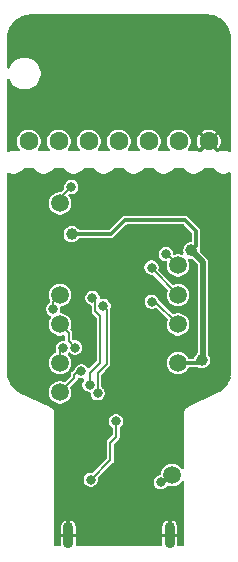
<source format=gbr>
%TF.GenerationSoftware,KiCad,Pcbnew,9.0.0+1*%
%TF.CreationDate,2025-04-22T18:14:47+02:00*%
%TF.ProjectId,ts13_dev_kit,74733133-5f64-4657-965f-6b69742e6b69,rev?*%
%TF.SameCoordinates,Original*%
%TF.FileFunction,Copper,L2,Bot*%
%TF.FilePolarity,Positive*%
%FSLAX46Y46*%
G04 Gerber Fmt 4.6, Leading zero omitted, Abs format (unit mm)*
G04 Created by KiCad (PCBNEW 9.0.0+1) date 2025-04-22 18:14:47*
%MOMM*%
%LPD*%
G01*
G04 APERTURE LIST*
%TA.AperFunction,ComponentPad*%
%ADD10O,0.850000X2.250000*%
%TD*%
%TA.AperFunction,ComponentPad*%
%ADD11C,1.600000*%
%TD*%
%TA.AperFunction,SMDPad,CuDef*%
%ADD12C,1.500000*%
%TD*%
%TA.AperFunction,ViaPad*%
%ADD13C,0.800000*%
%TD*%
%TA.AperFunction,ViaPad*%
%ADD14C,1.000000*%
%TD*%
%TA.AperFunction,Conductor*%
%ADD15C,0.500000*%
%TD*%
%TA.AperFunction,Conductor*%
%ADD16C,0.300000*%
%TD*%
%TA.AperFunction,Conductor*%
%ADD17C,0.200000*%
%TD*%
G04 APERTURE END LIST*
D10*
%TO.P,J1,S1,SHIELD*%
%TO.N,GND*%
X125700000Y-94600000D03*
X134300000Y-94600000D03*
%TD*%
D11*
%TO.P,PAD3,1,1*%
%TO.N,Net-(IC1-GPO)*%
X124900000Y-61250000D03*
%TD*%
%TO.P,PAD4,1,1*%
%TO.N,Net-(IC1-CSN)*%
X135060000Y-61250000D03*
%TD*%
%TO.P,PAD6,1,1*%
%TO.N,Net-(IC1-SDO)*%
X129980000Y-61250000D03*
%TD*%
%TO.P,PAD2,1,1*%
%TO.N,GND*%
X137600000Y-61250000D03*
%TD*%
%TO.P,PAD1,1,1*%
%TO.N,T_VCC*%
X122360000Y-61250000D03*
%TD*%
%TO.P,PAD7,1,1*%
%TO.N,Net-(IC1-SDI)*%
X127440000Y-61250000D03*
%TD*%
%TO.P,PAD5,1,1*%
%TO.N,Net-(IC1-SCK)*%
X132520000Y-61250000D03*
%TD*%
D12*
%TO.P,TP7,1,1*%
%TO.N,/SWDIO*%
X125000000Y-74250000D03*
%TD*%
%TO.P,TP2,1,1*%
%TO.N,/NRST*%
X135000000Y-76750000D03*
%TD*%
%TO.P,TP5,1,1*%
%TO.N,/U2_RX*%
X135000000Y-71750000D03*
%TD*%
%TO.P,TP6,1,1*%
%TO.N,GND*%
X135000000Y-69250000D03*
%TD*%
%TO.P,TP10,1,1*%
%TO.N,Net-(IC2-PB2)*%
X125000000Y-66500000D03*
%TD*%
%TO.P,TP12,1,1*%
%TO.N,Net-(IC2-PB3)*%
X125000000Y-80000000D03*
%TD*%
%TO.P,TP8,1,1*%
%TO.N,/SWCLK*%
X125000000Y-76750000D03*
%TD*%
%TO.P,TP11,1,1*%
%TO.N,Net-(IC2-PB4)*%
X125000000Y-82500000D03*
%TD*%
%TO.P,TP9,1,1*%
%TO.N,GND*%
X125000000Y-71750000D03*
%TD*%
%TO.P,TP3,1,1*%
%TO.N,Net-(F1-Pad2)*%
X134500000Y-89500000D03*
%TD*%
%TO.P,TP4,1,1*%
%TO.N,/U2_TX*%
X135000000Y-74250000D03*
%TD*%
%TO.P,TP1,1,1*%
%TO.N,VCC*%
X135000000Y-80000000D03*
%TD*%
D13*
%TO.N,GND*%
X129000000Y-66250000D03*
X126411000Y-66200000D03*
X128000000Y-85000000D03*
X129000000Y-89750000D03*
X121000000Y-65000000D03*
X122750000Y-51000000D03*
X136250000Y-78500000D03*
X138000000Y-55750000D03*
X127250000Y-73500000D03*
X132100000Y-57200000D03*
X132750000Y-76000000D03*
X136800000Y-52600000D03*
X131750000Y-82000000D03*
X139090000Y-81260000D03*
X131000000Y-52750000D03*
X123000000Y-77750000D03*
X126300000Y-57550000D03*
X121000000Y-57500000D03*
X131000000Y-53920000D03*
X123500000Y-71000000D03*
X138900000Y-52300000D03*
X120920000Y-81170000D03*
X132750000Y-73750000D03*
X136600000Y-57800000D03*
X131500000Y-72000000D03*
X120920000Y-70750000D03*
X130000000Y-92000000D03*
X121000000Y-52750000D03*
X128000000Y-72000000D03*
X124910000Y-85150000D03*
X139000000Y-65000000D03*
X135030000Y-92570000D03*
X127500000Y-76500000D03*
X130000000Y-51000000D03*
X132740000Y-58480000D03*
X138750000Y-72500000D03*
X135600000Y-51600000D03*
X120920000Y-78500000D03*
X124940000Y-92850000D03*
X132500000Y-89500000D03*
X139000000Y-57500000D03*
X134990000Y-87240000D03*
X131750000Y-77250000D03*
X139000000Y-68140000D03*
D14*
%TO.N,VCC*%
X137020000Y-79770000D03*
D13*
X127600000Y-89900000D03*
D14*
X126000000Y-69100000D03*
D13*
X129750000Y-84950000D03*
D14*
X136130000Y-70480000D03*
D13*
%TO.N,/NRST*%
X132770000Y-74820000D03*
%TO.N,/USB_P*%
X128200000Y-82580000D03*
X128680000Y-75188280D03*
%TO.N,/USB_N*%
X127750000Y-74500000D03*
X127500000Y-81858611D03*
%TO.N,/SWCLK*%
X126300000Y-78700000D03*
%TO.N,/U2_TX*%
X132750000Y-71930000D03*
%TO.N,/SWDIO*%
X124420000Y-75450000D03*
%TO.N,/U2_RX*%
X133970000Y-70780000D03*
%TO.N,Net-(F1-Pad2)*%
X133520000Y-90110000D03*
%TO.N,Net-(IC2-PB3)*%
X125229975Y-78759975D03*
%TO.N,Net-(IC2-PB2)*%
X125960000Y-65100000D03*
%TO.N,Net-(IC2-PB4)*%
X126810000Y-80710000D03*
%TD*%
D15*
%TO.N,VCC*%
X137020000Y-79770000D02*
X137101000Y-79439000D01*
D16*
X136790000Y-80000000D02*
X137020000Y-79770000D01*
D17*
X129250000Y-88250000D02*
X127600000Y-89900000D01*
D16*
X130500000Y-67900000D02*
X135600000Y-67900000D01*
D15*
X137101000Y-71451000D02*
X136130000Y-70480000D01*
X137101000Y-79439000D02*
X137101000Y-71451000D01*
D16*
X135000000Y-80000000D02*
X136790000Y-80000000D01*
X135600000Y-67900000D02*
X136500000Y-68800000D01*
D17*
X129750000Y-86250000D02*
X129250000Y-86750000D01*
D16*
X129300000Y-69100000D02*
X130500000Y-67900000D01*
X136500000Y-68800000D02*
X136500000Y-70110000D01*
D17*
X129250000Y-86750000D02*
X129250000Y-88250000D01*
D16*
X126000000Y-69100000D02*
X129300000Y-69100000D01*
D17*
X129750000Y-84950000D02*
X129750000Y-86250000D01*
D16*
X136500000Y-70110000D02*
X136130000Y-70480000D01*
D17*
%TO.N,/NRST*%
X133070000Y-74820000D02*
X135000000Y-76750000D01*
X132770000Y-74820000D02*
X133070000Y-74820000D01*
%TO.N,/USB_P*%
X128950000Y-75458280D02*
X128950000Y-80110000D01*
X128200000Y-80860000D02*
X128200000Y-82580000D01*
X128950000Y-80110000D02*
X128200000Y-80860000D01*
X128680000Y-75188280D02*
X128950000Y-75458280D01*
%TO.N,/USB_N*%
X127750000Y-74500000D02*
X127980000Y-74730000D01*
X127980000Y-74730000D02*
X127980000Y-75580000D01*
X127510000Y-81848611D02*
X127500000Y-81858611D01*
X127980000Y-75580000D02*
X128420000Y-76020000D01*
X128420000Y-79970000D02*
X127510000Y-80880000D01*
X127510000Y-80880000D02*
X127510000Y-81848611D01*
X128420000Y-76020000D02*
X128420000Y-79970000D01*
%TO.N,/SWCLK*%
X125750000Y-78150000D02*
X125750000Y-77500000D01*
X126300000Y-78700000D02*
X125750000Y-78150000D01*
X125750000Y-77500000D02*
X125000000Y-76750000D01*
%TO.N,/U2_TX*%
X132750000Y-71930000D02*
X132750000Y-72000000D01*
X132750000Y-72000000D02*
X135000000Y-74250000D01*
%TO.N,/SWDIO*%
X124420000Y-74830000D02*
X125000000Y-74250000D01*
X124420000Y-75450000D02*
X124420000Y-74830000D01*
%TO.N,/U2_RX*%
X134030000Y-70780000D02*
X135000000Y-71750000D01*
X133970000Y-70780000D02*
X134030000Y-70780000D01*
%TO.N,Net-(F1-Pad2)*%
X133890000Y-90110000D02*
X134500000Y-89500000D01*
X133520000Y-90110000D02*
X133890000Y-90110000D01*
%TO.N,Net-(IC2-PB3)*%
X125229975Y-78759975D02*
X125000000Y-78989950D01*
X125000000Y-78989950D02*
X125000000Y-80000000D01*
%TO.N,Net-(IC2-PB2)*%
X125000000Y-66060000D02*
X125000000Y-66500000D01*
X125960000Y-65100000D02*
X125000000Y-66060000D01*
%TO.N,Net-(IC2-PB4)*%
X126490000Y-80710000D02*
X126210000Y-80990000D01*
X126210000Y-81290000D02*
X125000000Y-82500000D01*
X126210000Y-80990000D02*
X126210000Y-81290000D01*
X126810000Y-80710000D02*
X126490000Y-80710000D01*
%TD*%
%TA.AperFunction,Conductor*%
%TO.N,GND*%
G36*
X137504043Y-50500765D02*
G01*
X137752895Y-50517075D01*
X137768953Y-50519190D01*
X137976105Y-50560395D01*
X138009535Y-50567045D01*
X138025202Y-50571243D01*
X138194947Y-50628863D01*
X138257481Y-50650091D01*
X138272458Y-50656294D01*
X138481799Y-50759529D01*
X138492460Y-50764787D01*
X138506508Y-50772897D01*
X138710464Y-50909177D01*
X138723328Y-50919048D01*
X138907749Y-51080781D01*
X138919218Y-51092250D01*
X139080951Y-51276671D01*
X139090825Y-51289539D01*
X139227102Y-51493492D01*
X139235212Y-51507539D01*
X139343702Y-51727534D01*
X139349909Y-51742520D01*
X139428756Y-51974797D01*
X139432954Y-51990464D01*
X139480807Y-52231035D01*
X139482925Y-52247116D01*
X139499235Y-52495956D01*
X139499500Y-52504066D01*
X139499500Y-62019294D01*
X139479815Y-62086333D01*
X139427011Y-62132088D01*
X139357853Y-62142032D01*
X139328048Y-62133855D01*
X139154547Y-62061989D01*
X139154535Y-62061986D01*
X138966081Y-62024500D01*
X138966078Y-62024500D01*
X138773922Y-62024500D01*
X138773919Y-62024500D01*
X138585464Y-62061986D01*
X138585452Y-62061989D01*
X138407931Y-62135520D01*
X138388310Y-62148631D01*
X138321632Y-62169508D01*
X138254252Y-62151023D01*
X138207563Y-62099044D01*
X138201302Y-62063434D01*
X137831539Y-61693670D01*
X137907007Y-61650099D01*
X138000099Y-61557007D01*
X138043670Y-61481538D01*
X138405928Y-61843796D01*
X138486190Y-61723675D01*
X138486191Y-61723673D01*
X138561569Y-61541693D01*
X138561572Y-61541681D01*
X138599999Y-61348495D01*
X138600000Y-61348492D01*
X138600000Y-61151508D01*
X138599999Y-61151504D01*
X138561572Y-60958318D01*
X138561569Y-60958306D01*
X138486192Y-60776328D01*
X138486185Y-60776316D01*
X138405927Y-60656203D01*
X138043670Y-61018460D01*
X138000099Y-60942993D01*
X137907007Y-60849901D01*
X137831538Y-60806329D01*
X138193795Y-60444071D01*
X138193795Y-60444069D01*
X138073679Y-60363811D01*
X138073676Y-60363809D01*
X137891693Y-60288430D01*
X137891681Y-60288427D01*
X137698495Y-60250000D01*
X137501504Y-60250000D01*
X137308318Y-60288427D01*
X137308310Y-60288429D01*
X137126325Y-60363809D01*
X137126318Y-60363813D01*
X137006203Y-60444071D01*
X137006202Y-60444071D01*
X137368461Y-60806329D01*
X137292993Y-60849901D01*
X137199901Y-60942993D01*
X137156329Y-61018460D01*
X136794071Y-60656202D01*
X136794071Y-60656203D01*
X136713813Y-60776318D01*
X136713809Y-60776325D01*
X136638429Y-60958310D01*
X136638427Y-60958318D01*
X136600000Y-61151504D01*
X136600000Y-61348495D01*
X136638427Y-61541681D01*
X136638430Y-61541693D01*
X136713809Y-61723676D01*
X136713811Y-61723679D01*
X136794069Y-61843795D01*
X136794071Y-61843795D01*
X137156329Y-61481538D01*
X137199901Y-61557007D01*
X137292993Y-61650099D01*
X137368460Y-61693670D01*
X136998183Y-62063947D01*
X136990963Y-62102019D01*
X136942898Y-62152729D01*
X136875047Y-62169404D01*
X136811690Y-62148630D01*
X136792073Y-62135523D01*
X136792068Y-62135520D01*
X136614547Y-62061989D01*
X136614535Y-62061986D01*
X136426081Y-62024500D01*
X136426078Y-62024500D01*
X136233922Y-62024500D01*
X136233919Y-62024500D01*
X136045464Y-62061986D01*
X136045461Y-62061987D01*
X136045460Y-62061987D01*
X136045457Y-62061988D01*
X136005311Y-62078617D01*
X135968385Y-62093912D01*
X135898915Y-62101380D01*
X135836436Y-62070104D01*
X135800784Y-62010015D01*
X135803279Y-61940190D01*
X135833255Y-61891665D01*
X135837139Y-61887782D01*
X135946632Y-61723914D01*
X136022051Y-61541835D01*
X136060500Y-61348541D01*
X136060500Y-61151459D01*
X136060500Y-61151456D01*
X136022052Y-60958170D01*
X136022051Y-60958169D01*
X136022051Y-60958165D01*
X135977207Y-60849901D01*
X135946635Y-60776092D01*
X135946628Y-60776079D01*
X135837139Y-60612218D01*
X135837136Y-60612214D01*
X135697785Y-60472863D01*
X135697781Y-60472860D01*
X135533920Y-60363371D01*
X135533907Y-60363364D01*
X135351839Y-60287950D01*
X135351829Y-60287947D01*
X135158543Y-60249500D01*
X135158541Y-60249500D01*
X134961459Y-60249500D01*
X134961457Y-60249500D01*
X134768170Y-60287947D01*
X134768160Y-60287950D01*
X134586092Y-60363364D01*
X134586079Y-60363371D01*
X134422218Y-60472860D01*
X134422214Y-60472863D01*
X134282863Y-60612214D01*
X134282860Y-60612218D01*
X134173371Y-60776079D01*
X134173364Y-60776092D01*
X134097950Y-60958160D01*
X134097947Y-60958170D01*
X134059500Y-61151456D01*
X134059500Y-61151459D01*
X134059500Y-61348541D01*
X134059500Y-61348543D01*
X134059499Y-61348543D01*
X134097947Y-61541829D01*
X134097950Y-61541839D01*
X134173364Y-61723907D01*
X134173371Y-61723920D01*
X134282860Y-61887781D01*
X134282863Y-61887785D01*
X134286747Y-61891669D01*
X134320232Y-61952992D01*
X134315248Y-62022684D01*
X134273376Y-62078617D01*
X134207912Y-62103034D01*
X134151614Y-62093911D01*
X134074547Y-62061989D01*
X134074535Y-62061986D01*
X133886081Y-62024500D01*
X133886078Y-62024500D01*
X133693922Y-62024500D01*
X133693919Y-62024500D01*
X133505464Y-62061986D01*
X133505461Y-62061987D01*
X133505460Y-62061987D01*
X133505457Y-62061988D01*
X133465311Y-62078617D01*
X133428385Y-62093912D01*
X133358915Y-62101380D01*
X133296436Y-62070104D01*
X133260784Y-62010015D01*
X133263279Y-61940190D01*
X133293255Y-61891665D01*
X133297139Y-61887782D01*
X133406632Y-61723914D01*
X133482051Y-61541835D01*
X133520500Y-61348541D01*
X133520500Y-61151459D01*
X133520500Y-61151456D01*
X133482052Y-60958170D01*
X133482051Y-60958169D01*
X133482051Y-60958165D01*
X133437207Y-60849901D01*
X133406635Y-60776092D01*
X133406628Y-60776079D01*
X133297139Y-60612218D01*
X133297136Y-60612214D01*
X133157785Y-60472863D01*
X133157781Y-60472860D01*
X132993920Y-60363371D01*
X132993907Y-60363364D01*
X132811839Y-60287950D01*
X132811829Y-60287947D01*
X132618543Y-60249500D01*
X132618541Y-60249500D01*
X132421459Y-60249500D01*
X132421457Y-60249500D01*
X132228170Y-60287947D01*
X132228160Y-60287950D01*
X132046092Y-60363364D01*
X132046079Y-60363371D01*
X131882218Y-60472860D01*
X131882214Y-60472863D01*
X131742863Y-60612214D01*
X131742860Y-60612218D01*
X131633371Y-60776079D01*
X131633364Y-60776092D01*
X131557950Y-60958160D01*
X131557947Y-60958170D01*
X131519500Y-61151456D01*
X131519500Y-61151459D01*
X131519500Y-61348541D01*
X131519500Y-61348543D01*
X131519499Y-61348543D01*
X131557947Y-61541829D01*
X131557950Y-61541839D01*
X131633364Y-61723907D01*
X131633371Y-61723920D01*
X131742860Y-61887781D01*
X131742863Y-61887785D01*
X131746747Y-61891669D01*
X131780232Y-61952992D01*
X131775248Y-62022684D01*
X131733376Y-62078617D01*
X131667912Y-62103034D01*
X131611614Y-62093911D01*
X131534547Y-62061989D01*
X131534535Y-62061986D01*
X131346081Y-62024500D01*
X131346078Y-62024500D01*
X131153922Y-62024500D01*
X131153919Y-62024500D01*
X130965464Y-62061986D01*
X130965461Y-62061987D01*
X130965460Y-62061987D01*
X130965457Y-62061988D01*
X130925311Y-62078617D01*
X130888385Y-62093912D01*
X130818915Y-62101380D01*
X130756436Y-62070104D01*
X130720784Y-62010015D01*
X130723279Y-61940190D01*
X130753255Y-61891665D01*
X130757139Y-61887782D01*
X130866632Y-61723914D01*
X130942051Y-61541835D01*
X130980500Y-61348541D01*
X130980500Y-61151459D01*
X130980500Y-61151456D01*
X130942052Y-60958170D01*
X130942051Y-60958169D01*
X130942051Y-60958165D01*
X130897207Y-60849901D01*
X130866635Y-60776092D01*
X130866628Y-60776079D01*
X130757139Y-60612218D01*
X130757136Y-60612214D01*
X130617785Y-60472863D01*
X130617781Y-60472860D01*
X130453920Y-60363371D01*
X130453907Y-60363364D01*
X130271839Y-60287950D01*
X130271829Y-60287947D01*
X130078543Y-60249500D01*
X130078541Y-60249500D01*
X129881459Y-60249500D01*
X129881457Y-60249500D01*
X129688170Y-60287947D01*
X129688160Y-60287950D01*
X129506092Y-60363364D01*
X129506079Y-60363371D01*
X129342218Y-60472860D01*
X129342214Y-60472863D01*
X129202863Y-60612214D01*
X129202860Y-60612218D01*
X129093371Y-60776079D01*
X129093364Y-60776092D01*
X129017950Y-60958160D01*
X129017947Y-60958170D01*
X128979500Y-61151456D01*
X128979500Y-61151459D01*
X128979500Y-61348541D01*
X128979500Y-61348543D01*
X128979499Y-61348543D01*
X129017947Y-61541829D01*
X129017950Y-61541839D01*
X129093364Y-61723907D01*
X129093371Y-61723920D01*
X129202860Y-61887781D01*
X129202863Y-61887785D01*
X129206747Y-61891669D01*
X129240232Y-61952992D01*
X129235248Y-62022684D01*
X129193376Y-62078617D01*
X129127912Y-62103034D01*
X129071614Y-62093911D01*
X128994547Y-62061989D01*
X128994535Y-62061986D01*
X128806081Y-62024500D01*
X128806078Y-62024500D01*
X128613922Y-62024500D01*
X128613919Y-62024500D01*
X128425464Y-62061986D01*
X128425461Y-62061987D01*
X128425460Y-62061987D01*
X128425457Y-62061988D01*
X128385311Y-62078617D01*
X128348385Y-62093912D01*
X128278915Y-62101380D01*
X128216436Y-62070104D01*
X128180784Y-62010015D01*
X128183279Y-61940190D01*
X128213255Y-61891665D01*
X128217139Y-61887782D01*
X128326632Y-61723914D01*
X128402051Y-61541835D01*
X128440500Y-61348541D01*
X128440500Y-61151459D01*
X128440500Y-61151456D01*
X128402052Y-60958170D01*
X128402051Y-60958169D01*
X128402051Y-60958165D01*
X128357207Y-60849901D01*
X128326635Y-60776092D01*
X128326628Y-60776079D01*
X128217139Y-60612218D01*
X128217136Y-60612214D01*
X128077785Y-60472863D01*
X128077781Y-60472860D01*
X127913920Y-60363371D01*
X127913907Y-60363364D01*
X127731839Y-60287950D01*
X127731829Y-60287947D01*
X127538543Y-60249500D01*
X127538541Y-60249500D01*
X127341459Y-60249500D01*
X127341457Y-60249500D01*
X127148170Y-60287947D01*
X127148160Y-60287950D01*
X126966092Y-60363364D01*
X126966079Y-60363371D01*
X126802218Y-60472860D01*
X126802214Y-60472863D01*
X126662863Y-60612214D01*
X126662860Y-60612218D01*
X126553371Y-60776079D01*
X126553364Y-60776092D01*
X126477950Y-60958160D01*
X126477947Y-60958170D01*
X126439500Y-61151456D01*
X126439500Y-61151459D01*
X126439500Y-61348541D01*
X126439500Y-61348543D01*
X126439499Y-61348543D01*
X126477947Y-61541829D01*
X126477950Y-61541839D01*
X126553364Y-61723907D01*
X126553371Y-61723920D01*
X126662860Y-61887781D01*
X126662863Y-61887785D01*
X126666747Y-61891669D01*
X126700232Y-61952992D01*
X126695248Y-62022684D01*
X126653376Y-62078617D01*
X126587912Y-62103034D01*
X126531614Y-62093911D01*
X126454547Y-62061989D01*
X126454535Y-62061986D01*
X126266081Y-62024500D01*
X126266078Y-62024500D01*
X126073922Y-62024500D01*
X126073919Y-62024500D01*
X125885464Y-62061986D01*
X125885461Y-62061987D01*
X125885460Y-62061987D01*
X125885457Y-62061988D01*
X125845311Y-62078617D01*
X125808385Y-62093912D01*
X125738915Y-62101380D01*
X125676436Y-62070104D01*
X125640784Y-62010015D01*
X125643279Y-61940190D01*
X125673255Y-61891665D01*
X125677139Y-61887782D01*
X125786632Y-61723914D01*
X125862051Y-61541835D01*
X125900500Y-61348541D01*
X125900500Y-61151459D01*
X125900500Y-61151456D01*
X125862052Y-60958170D01*
X125862051Y-60958169D01*
X125862051Y-60958165D01*
X125817207Y-60849901D01*
X125786635Y-60776092D01*
X125786628Y-60776079D01*
X125677139Y-60612218D01*
X125677136Y-60612214D01*
X125537785Y-60472863D01*
X125537781Y-60472860D01*
X125373920Y-60363371D01*
X125373907Y-60363364D01*
X125191839Y-60287950D01*
X125191829Y-60287947D01*
X124998543Y-60249500D01*
X124998541Y-60249500D01*
X124801459Y-60249500D01*
X124801457Y-60249500D01*
X124608170Y-60287947D01*
X124608160Y-60287950D01*
X124426092Y-60363364D01*
X124426079Y-60363371D01*
X124262218Y-60472860D01*
X124262214Y-60472863D01*
X124122863Y-60612214D01*
X124122860Y-60612218D01*
X124013371Y-60776079D01*
X124013364Y-60776092D01*
X123937950Y-60958160D01*
X123937947Y-60958170D01*
X123899500Y-61151456D01*
X123899500Y-61151459D01*
X123899500Y-61348541D01*
X123899500Y-61348543D01*
X123899499Y-61348543D01*
X123937947Y-61541829D01*
X123937950Y-61541839D01*
X124013364Y-61723907D01*
X124013371Y-61723920D01*
X124122860Y-61887781D01*
X124122863Y-61887785D01*
X124126747Y-61891669D01*
X124160232Y-61952992D01*
X124155248Y-62022684D01*
X124113376Y-62078617D01*
X124047912Y-62103034D01*
X123991614Y-62093911D01*
X123914547Y-62061989D01*
X123914535Y-62061986D01*
X123726081Y-62024500D01*
X123726078Y-62024500D01*
X123533922Y-62024500D01*
X123533919Y-62024500D01*
X123345464Y-62061986D01*
X123345461Y-62061987D01*
X123345460Y-62061987D01*
X123345457Y-62061988D01*
X123305311Y-62078617D01*
X123268385Y-62093912D01*
X123198915Y-62101380D01*
X123136436Y-62070104D01*
X123100784Y-62010015D01*
X123103279Y-61940190D01*
X123133255Y-61891665D01*
X123137139Y-61887782D01*
X123246632Y-61723914D01*
X123322051Y-61541835D01*
X123360500Y-61348541D01*
X123360500Y-61151459D01*
X123360500Y-61151456D01*
X123322052Y-60958170D01*
X123322051Y-60958169D01*
X123322051Y-60958165D01*
X123277207Y-60849901D01*
X123246635Y-60776092D01*
X123246628Y-60776079D01*
X123137139Y-60612218D01*
X123137136Y-60612214D01*
X122997785Y-60472863D01*
X122997781Y-60472860D01*
X122833920Y-60363371D01*
X122833907Y-60363364D01*
X122651839Y-60287950D01*
X122651829Y-60287947D01*
X122458543Y-60249500D01*
X122458541Y-60249500D01*
X122261459Y-60249500D01*
X122261457Y-60249500D01*
X122068170Y-60287947D01*
X122068160Y-60287950D01*
X121886092Y-60363364D01*
X121886079Y-60363371D01*
X121722218Y-60472860D01*
X121722214Y-60472863D01*
X121582863Y-60612214D01*
X121582860Y-60612218D01*
X121473371Y-60776079D01*
X121473364Y-60776092D01*
X121397950Y-60958160D01*
X121397947Y-60958170D01*
X121359500Y-61151456D01*
X121359500Y-61151459D01*
X121359500Y-61348541D01*
X121359500Y-61348543D01*
X121359499Y-61348543D01*
X121397947Y-61541829D01*
X121397950Y-61541839D01*
X121473364Y-61723907D01*
X121473371Y-61723920D01*
X121582860Y-61887781D01*
X121582863Y-61887785D01*
X121586747Y-61891669D01*
X121620232Y-61952992D01*
X121615248Y-62022684D01*
X121573376Y-62078617D01*
X121507912Y-62103034D01*
X121451614Y-62093911D01*
X121374547Y-62061989D01*
X121374535Y-62061986D01*
X121186081Y-62024500D01*
X121186078Y-62024500D01*
X120993922Y-62024500D01*
X120993919Y-62024500D01*
X120805464Y-62061986D01*
X120805452Y-62061989D01*
X120671952Y-62117286D01*
X120602482Y-62124755D01*
X120540003Y-62093479D01*
X120504352Y-62033390D01*
X120500500Y-62002725D01*
X120500500Y-56038226D01*
X120520185Y-55971187D01*
X120572989Y-55925432D01*
X120642147Y-55915488D01*
X120705703Y-55944513D01*
X120742431Y-55999908D01*
X120748444Y-56018414D01*
X120844951Y-56207820D01*
X120969890Y-56379786D01*
X121120213Y-56530109D01*
X121292179Y-56655048D01*
X121292181Y-56655049D01*
X121292184Y-56655051D01*
X121481588Y-56751557D01*
X121683757Y-56817246D01*
X121893713Y-56850500D01*
X121893714Y-56850500D01*
X122106286Y-56850500D01*
X122106287Y-56850500D01*
X122316243Y-56817246D01*
X122518412Y-56751557D01*
X122707816Y-56655051D01*
X122729789Y-56639086D01*
X122879786Y-56530109D01*
X122879788Y-56530106D01*
X122879792Y-56530104D01*
X123030104Y-56379792D01*
X123030106Y-56379788D01*
X123030109Y-56379786D01*
X123155048Y-56207820D01*
X123155047Y-56207820D01*
X123155051Y-56207816D01*
X123251557Y-56018412D01*
X123317246Y-55816243D01*
X123350500Y-55606287D01*
X123350500Y-55393713D01*
X123317246Y-55183757D01*
X123251557Y-54981588D01*
X123155051Y-54792184D01*
X123155049Y-54792181D01*
X123155048Y-54792179D01*
X123030109Y-54620213D01*
X122879786Y-54469890D01*
X122707820Y-54344951D01*
X122518414Y-54248444D01*
X122518413Y-54248443D01*
X122518412Y-54248443D01*
X122316243Y-54182754D01*
X122316241Y-54182753D01*
X122316240Y-54182753D01*
X122154957Y-54157208D01*
X122106287Y-54149500D01*
X121893713Y-54149500D01*
X121845042Y-54157208D01*
X121683760Y-54182753D01*
X121481585Y-54248444D01*
X121292179Y-54344951D01*
X121120213Y-54469890D01*
X120969890Y-54620213D01*
X120844951Y-54792179D01*
X120748445Y-54981582D01*
X120748443Y-54981587D01*
X120748443Y-54981588D01*
X120742429Y-55000094D01*
X120702992Y-55057768D01*
X120638633Y-55084965D01*
X120569787Y-55073050D01*
X120518312Y-55025805D01*
X120500500Y-54961773D01*
X120500500Y-52504066D01*
X120500765Y-52495956D01*
X120504819Y-52434108D01*
X120517075Y-52247102D01*
X120519190Y-52231048D01*
X120567045Y-51990462D01*
X120571243Y-51974797D01*
X120594337Y-51906762D01*
X120650093Y-51742512D01*
X120656291Y-51727547D01*
X120764790Y-51507533D01*
X120772893Y-51493498D01*
X120909182Y-51289527D01*
X120919039Y-51276681D01*
X121080786Y-51092244D01*
X121092244Y-51080786D01*
X121276681Y-50919039D01*
X121289527Y-50909182D01*
X121493498Y-50772893D01*
X121507533Y-50764790D01*
X121727547Y-50656291D01*
X121742512Y-50650093D01*
X121906762Y-50594337D01*
X121974797Y-50571243D01*
X121990464Y-50567045D01*
X122231048Y-50519190D01*
X122247102Y-50517075D01*
X122495957Y-50500765D01*
X122504067Y-50500500D01*
X122565892Y-50500500D01*
X137434108Y-50500500D01*
X137495933Y-50500500D01*
X137504043Y-50500765D01*
G37*
%TD.AperFunction*%
%TD*%
%TA.AperFunction,Conductor*%
%TO.N,GND*%
G36*
X122791625Y-63519685D02*
G01*
X122827688Y-63555109D01*
X122872279Y-63621844D01*
X122872282Y-63621848D01*
X123008151Y-63757717D01*
X123008155Y-63757720D01*
X123167927Y-63864477D01*
X123167928Y-63864477D01*
X123167929Y-63864478D01*
X123167931Y-63864479D01*
X123345452Y-63938010D01*
X123345457Y-63938012D01*
X123533917Y-63975499D01*
X123533920Y-63975500D01*
X123533922Y-63975500D01*
X123726080Y-63975500D01*
X123726081Y-63975499D01*
X123914543Y-63938012D01*
X124092073Y-63864477D01*
X124251845Y-63757720D01*
X124387720Y-63621845D01*
X124432312Y-63555109D01*
X124485924Y-63510304D01*
X124535414Y-63500000D01*
X125264586Y-63500000D01*
X125331625Y-63519685D01*
X125367688Y-63555109D01*
X125412279Y-63621844D01*
X125412282Y-63621848D01*
X125548151Y-63757717D01*
X125548155Y-63757720D01*
X125707927Y-63864477D01*
X125707928Y-63864477D01*
X125707929Y-63864478D01*
X125707931Y-63864479D01*
X125885452Y-63938010D01*
X125885457Y-63938012D01*
X126073917Y-63975499D01*
X126073920Y-63975500D01*
X126073922Y-63975500D01*
X126266080Y-63975500D01*
X126266081Y-63975499D01*
X126454543Y-63938012D01*
X126632073Y-63864477D01*
X126791845Y-63757720D01*
X126927720Y-63621845D01*
X126972312Y-63555109D01*
X127025924Y-63510304D01*
X127075414Y-63500000D01*
X127804586Y-63500000D01*
X127871625Y-63519685D01*
X127907688Y-63555109D01*
X127952279Y-63621844D01*
X127952282Y-63621848D01*
X128088151Y-63757717D01*
X128088155Y-63757720D01*
X128247927Y-63864477D01*
X128247928Y-63864477D01*
X128247929Y-63864478D01*
X128247931Y-63864479D01*
X128425452Y-63938010D01*
X128425457Y-63938012D01*
X128613917Y-63975499D01*
X128613920Y-63975500D01*
X128613922Y-63975500D01*
X128806080Y-63975500D01*
X128806081Y-63975499D01*
X128994543Y-63938012D01*
X129172073Y-63864477D01*
X129331845Y-63757720D01*
X129467720Y-63621845D01*
X129512312Y-63555109D01*
X129565924Y-63510304D01*
X129615414Y-63500000D01*
X130344586Y-63500000D01*
X130411625Y-63519685D01*
X130447688Y-63555109D01*
X130492279Y-63621844D01*
X130492282Y-63621848D01*
X130628151Y-63757717D01*
X130628155Y-63757720D01*
X130787927Y-63864477D01*
X130787928Y-63864477D01*
X130787929Y-63864478D01*
X130787931Y-63864479D01*
X130965452Y-63938010D01*
X130965457Y-63938012D01*
X131153917Y-63975499D01*
X131153920Y-63975500D01*
X131153922Y-63975500D01*
X131346080Y-63975500D01*
X131346081Y-63975499D01*
X131534543Y-63938012D01*
X131712073Y-63864477D01*
X131871845Y-63757720D01*
X132007720Y-63621845D01*
X132052312Y-63555109D01*
X132105924Y-63510304D01*
X132155414Y-63500000D01*
X132884586Y-63500000D01*
X132951625Y-63519685D01*
X132987688Y-63555109D01*
X133032279Y-63621844D01*
X133032282Y-63621848D01*
X133168151Y-63757717D01*
X133168155Y-63757720D01*
X133327927Y-63864477D01*
X133327928Y-63864477D01*
X133327929Y-63864478D01*
X133327931Y-63864479D01*
X133505452Y-63938010D01*
X133505457Y-63938012D01*
X133693917Y-63975499D01*
X133693920Y-63975500D01*
X133693922Y-63975500D01*
X133886080Y-63975500D01*
X133886081Y-63975499D01*
X134074543Y-63938012D01*
X134252073Y-63864477D01*
X134411845Y-63757720D01*
X134547720Y-63621845D01*
X134592312Y-63555109D01*
X134645924Y-63510304D01*
X134695414Y-63500000D01*
X135424586Y-63500000D01*
X135491625Y-63519685D01*
X135527688Y-63555109D01*
X135572279Y-63621844D01*
X135572282Y-63621848D01*
X135708151Y-63757717D01*
X135708155Y-63757720D01*
X135867927Y-63864477D01*
X135867928Y-63864477D01*
X135867929Y-63864478D01*
X135867931Y-63864479D01*
X136045452Y-63938010D01*
X136045457Y-63938012D01*
X136233917Y-63975499D01*
X136233920Y-63975500D01*
X136233922Y-63975500D01*
X136426080Y-63975500D01*
X136426081Y-63975499D01*
X136614543Y-63938012D01*
X136792073Y-63864477D01*
X136951845Y-63757720D01*
X137087720Y-63621845D01*
X137132312Y-63555109D01*
X137185924Y-63510304D01*
X137235414Y-63500000D01*
X137964586Y-63500000D01*
X138031625Y-63519685D01*
X138067688Y-63555109D01*
X138112279Y-63621844D01*
X138112282Y-63621848D01*
X138248151Y-63757717D01*
X138248155Y-63757720D01*
X138407927Y-63864477D01*
X138407928Y-63864477D01*
X138407929Y-63864478D01*
X138407931Y-63864479D01*
X138585452Y-63938010D01*
X138585457Y-63938012D01*
X138773917Y-63975499D01*
X138773920Y-63975500D01*
X138773922Y-63975500D01*
X138966080Y-63975500D01*
X138966081Y-63975499D01*
X139154543Y-63938012D01*
X139328049Y-63866143D01*
X139397517Y-63858675D01*
X139459996Y-63889950D01*
X139495648Y-63950039D01*
X139499500Y-63980705D01*
X139499500Y-80745933D01*
X139499235Y-80754043D01*
X139482925Y-81002883D01*
X139480807Y-81018964D01*
X139432954Y-81259535D01*
X139428756Y-81275202D01*
X139349909Y-81507479D01*
X139343702Y-81522465D01*
X139235212Y-81742460D01*
X139227102Y-81756506D01*
X139090825Y-81960460D01*
X139080951Y-81973329D01*
X138919218Y-82157749D01*
X138907749Y-82169218D01*
X138723328Y-82330951D01*
X138710459Y-82340825D01*
X138514648Y-82471661D01*
X138499909Y-82480110D01*
X135835001Y-83773741D01*
X135835000Y-83773741D01*
X135824360Y-83778905D01*
X135806814Y-83783608D01*
X135765312Y-83807567D01*
X135761314Y-83809509D01*
X135761294Y-83809521D01*
X135722154Y-83828521D01*
X135717355Y-83832678D01*
X135698187Y-83846323D01*
X135692693Y-83849495D01*
X135692685Y-83849500D01*
X135661916Y-83880269D01*
X135661915Y-83880268D01*
X135658765Y-83883417D01*
X135622536Y-83914794D01*
X135612351Y-83929831D01*
X135604000Y-83938183D01*
X135603996Y-83938189D01*
X135599500Y-83942685D01*
X135577746Y-83980362D01*
X135573034Y-83987886D01*
X135548642Y-84023905D01*
X135548638Y-84023912D01*
X135546564Y-84029901D01*
X135542692Y-84041079D01*
X135533608Y-84056814D01*
X135521199Y-84103119D01*
X135519745Y-84107319D01*
X135505503Y-84148436D01*
X135505048Y-84154761D01*
X135505049Y-84154762D01*
X135504202Y-84166556D01*
X135499500Y-84184108D01*
X135499500Y-84232049D01*
X135499182Y-84236479D01*
X135499182Y-84236482D01*
X135496066Y-84279880D01*
X135497265Y-84286110D01*
X135499500Y-84309545D01*
X135499500Y-88876228D01*
X135479815Y-88943267D01*
X135427011Y-88989022D01*
X135357853Y-88998966D01*
X135294297Y-88969941D01*
X135272398Y-88945119D01*
X135238302Y-88894092D01*
X135238299Y-88894088D01*
X135105911Y-88761700D01*
X135105907Y-88761697D01*
X134950237Y-88657681D01*
X134950228Y-88657676D01*
X134777251Y-88586027D01*
X134777243Y-88586025D01*
X134593620Y-88549500D01*
X134593616Y-88549500D01*
X134406384Y-88549500D01*
X134406379Y-88549500D01*
X134222756Y-88586025D01*
X134222748Y-88586027D01*
X134049771Y-88657676D01*
X134049762Y-88657681D01*
X133894092Y-88761697D01*
X133894088Y-88761700D01*
X133761700Y-88894088D01*
X133761697Y-88894092D01*
X133657681Y-89049762D01*
X133657676Y-89049771D01*
X133586027Y-89222748D01*
X133586026Y-89222752D01*
X133548691Y-89410447D01*
X133516306Y-89472358D01*
X133455591Y-89506932D01*
X133443262Y-89509195D01*
X133440943Y-89509500D01*
X133288216Y-89550423D01*
X133288209Y-89550426D01*
X133151290Y-89629475D01*
X133151282Y-89629481D01*
X133039481Y-89741282D01*
X133039475Y-89741290D01*
X132960426Y-89878209D01*
X132960423Y-89878216D01*
X132919500Y-90030943D01*
X132919500Y-90189057D01*
X132932695Y-90238299D01*
X132960423Y-90341783D01*
X132960426Y-90341790D01*
X133039475Y-90478709D01*
X133039479Y-90478714D01*
X133039480Y-90478716D01*
X133151284Y-90590520D01*
X133151286Y-90590521D01*
X133151290Y-90590524D01*
X133288209Y-90669573D01*
X133288216Y-90669577D01*
X133440943Y-90710500D01*
X133440945Y-90710500D01*
X133599055Y-90710500D01*
X133599057Y-90710500D01*
X133751784Y-90669577D01*
X133888716Y-90590520D01*
X134000520Y-90478716D01*
X134019200Y-90446359D01*
X134069765Y-90398144D01*
X134138372Y-90384919D01*
X134174038Y-90393796D01*
X134222749Y-90413973D01*
X134385576Y-90446361D01*
X134406379Y-90450499D01*
X134406383Y-90450500D01*
X134406384Y-90450500D01*
X134593617Y-90450500D01*
X134593618Y-90450499D01*
X134777251Y-90413973D01*
X134950231Y-90342322D01*
X135105908Y-90238302D01*
X135238302Y-90105908D01*
X135272398Y-90054880D01*
X135326010Y-90010075D01*
X135395335Y-90001368D01*
X135458362Y-90031522D01*
X135495082Y-90090965D01*
X135499500Y-90123771D01*
X135499500Y-95375500D01*
X135479815Y-95442539D01*
X135427011Y-95488294D01*
X135375500Y-95499500D01*
X135048227Y-95499500D01*
X134981188Y-95479815D01*
X134935433Y-95427011D01*
X134925540Y-95367649D01*
X134925000Y-95367649D01*
X134925000Y-95364406D01*
X134924824Y-95363350D01*
X134925000Y-95361562D01*
X134925000Y-94750000D01*
X134525000Y-94750000D01*
X134525000Y-94450000D01*
X134925000Y-94450000D01*
X134925000Y-93838440D01*
X134900982Y-93717699D01*
X134900979Y-93717689D01*
X134853871Y-93603958D01*
X134853864Y-93603945D01*
X134785469Y-93501586D01*
X134785466Y-93501582D01*
X134698417Y-93414533D01*
X134698413Y-93414530D01*
X134596054Y-93346135D01*
X134596041Y-93346128D01*
X134482310Y-93299020D01*
X134450000Y-93292592D01*
X134450000Y-93756802D01*
X134427452Y-93734254D01*
X134344755Y-93700000D01*
X134255245Y-93700000D01*
X134172548Y-93734254D01*
X134150000Y-93756802D01*
X134150000Y-93292592D01*
X134117689Y-93299020D01*
X134003958Y-93346128D01*
X134003945Y-93346135D01*
X133901586Y-93414530D01*
X133901582Y-93414533D01*
X133814533Y-93501582D01*
X133814530Y-93501586D01*
X133746135Y-93603945D01*
X133746128Y-93603958D01*
X133699020Y-93717689D01*
X133699017Y-93717699D01*
X133675000Y-93838440D01*
X133675000Y-94450000D01*
X134075000Y-94450000D01*
X134075000Y-94750000D01*
X133675000Y-94750000D01*
X133675000Y-95361562D01*
X133675176Y-95363350D01*
X133675000Y-95364277D01*
X133675000Y-95367649D01*
X133674361Y-95367649D01*
X133662155Y-95431996D01*
X133614089Y-95482704D01*
X133551773Y-95499500D01*
X126448227Y-95499500D01*
X126381188Y-95479815D01*
X126335433Y-95427011D01*
X126325540Y-95367649D01*
X126325000Y-95367649D01*
X126325000Y-95364406D01*
X126324824Y-95363350D01*
X126325000Y-95361562D01*
X126325000Y-94750000D01*
X125925000Y-94750000D01*
X125925000Y-94450000D01*
X126325000Y-94450000D01*
X126325000Y-93838440D01*
X126300982Y-93717699D01*
X126300979Y-93717689D01*
X126253871Y-93603958D01*
X126253864Y-93603945D01*
X126185469Y-93501586D01*
X126185466Y-93501582D01*
X126098417Y-93414533D01*
X126098413Y-93414530D01*
X125996054Y-93346135D01*
X125996041Y-93346128D01*
X125882310Y-93299020D01*
X125850000Y-93292592D01*
X125850000Y-93756802D01*
X125827452Y-93734254D01*
X125744755Y-93700000D01*
X125655245Y-93700000D01*
X125572548Y-93734254D01*
X125550000Y-93756802D01*
X125550000Y-93292592D01*
X125517689Y-93299020D01*
X125403958Y-93346128D01*
X125403945Y-93346135D01*
X125301586Y-93414530D01*
X125301582Y-93414533D01*
X125214533Y-93501582D01*
X125214530Y-93501586D01*
X125146135Y-93603945D01*
X125146128Y-93603958D01*
X125099020Y-93717689D01*
X125099017Y-93717699D01*
X125075000Y-93838440D01*
X125075000Y-94450000D01*
X125475000Y-94450000D01*
X125475000Y-94750000D01*
X125075000Y-94750000D01*
X125075000Y-95361562D01*
X125075176Y-95363350D01*
X125075000Y-95364277D01*
X125075000Y-95367649D01*
X125074361Y-95367649D01*
X125062155Y-95431996D01*
X125014089Y-95482704D01*
X124951773Y-95499500D01*
X124624500Y-95499500D01*
X124557461Y-95479815D01*
X124511706Y-95427011D01*
X124500500Y-95375500D01*
X124500500Y-89820943D01*
X126999500Y-89820943D01*
X126999500Y-89979057D01*
X127007812Y-90010075D01*
X127040423Y-90131783D01*
X127040426Y-90131790D01*
X127119475Y-90268709D01*
X127119479Y-90268714D01*
X127119480Y-90268716D01*
X127231284Y-90380520D01*
X127231286Y-90380521D01*
X127231290Y-90380524D01*
X127345325Y-90446361D01*
X127368216Y-90459577D01*
X127520943Y-90500500D01*
X127520945Y-90500500D01*
X127679055Y-90500500D01*
X127679057Y-90500500D01*
X127831784Y-90459577D01*
X127968716Y-90380520D01*
X128080520Y-90268716D01*
X128159577Y-90131784D01*
X128200500Y-89979057D01*
X128200500Y-89820943D01*
X128198642Y-89814008D01*
X128200303Y-89744161D01*
X128230733Y-89694236D01*
X129490460Y-88434511D01*
X129530021Y-88365989D01*
X129550500Y-88289562D01*
X129550500Y-86925833D01*
X129570185Y-86858794D01*
X129586819Y-86838152D01*
X129714533Y-86710438D01*
X129990460Y-86434511D01*
X130030022Y-86365988D01*
X130050500Y-86289562D01*
X130050500Y-86210438D01*
X130050500Y-85541496D01*
X130070185Y-85474457D01*
X130112501Y-85434108D01*
X130118716Y-85430520D01*
X130230520Y-85318716D01*
X130309577Y-85181784D01*
X130350500Y-85029057D01*
X130350500Y-84870943D01*
X130309577Y-84718216D01*
X130309573Y-84718209D01*
X130230524Y-84581290D01*
X130230518Y-84581282D01*
X130118717Y-84469481D01*
X130118709Y-84469475D01*
X129981790Y-84390426D01*
X129981786Y-84390424D01*
X129981784Y-84390423D01*
X129829057Y-84349500D01*
X129670943Y-84349500D01*
X129518216Y-84390423D01*
X129518209Y-84390426D01*
X129381290Y-84469475D01*
X129381282Y-84469481D01*
X129269481Y-84581282D01*
X129269475Y-84581290D01*
X129190426Y-84718209D01*
X129190423Y-84718216D01*
X129149500Y-84870943D01*
X129149500Y-85029056D01*
X129190423Y-85181783D01*
X129190426Y-85181790D01*
X129269475Y-85318709D01*
X129269481Y-85318717D01*
X129381284Y-85430520D01*
X129387499Y-85434108D01*
X129435715Y-85484675D01*
X129449500Y-85541496D01*
X129449500Y-86074167D01*
X129429815Y-86141206D01*
X129413181Y-86161848D01*
X129009541Y-86565487D01*
X129009535Y-86565495D01*
X128969982Y-86634004D01*
X128969979Y-86634009D01*
X128949500Y-86710439D01*
X128949500Y-88074166D01*
X128929815Y-88141205D01*
X128913181Y-88161847D01*
X127805764Y-89269263D01*
X127744441Y-89302748D01*
X127685992Y-89301358D01*
X127679057Y-89299500D01*
X127520943Y-89299500D01*
X127368216Y-89340423D01*
X127368209Y-89340426D01*
X127231290Y-89419475D01*
X127231282Y-89419481D01*
X127119481Y-89531282D01*
X127119475Y-89531290D01*
X127040426Y-89668209D01*
X127040423Y-89668216D01*
X126999500Y-89820943D01*
X124500500Y-89820943D01*
X124500500Y-84297724D01*
X124503934Y-84279881D01*
X124500500Y-84232049D01*
X124500500Y-84184108D01*
X124498857Y-84177978D01*
X124494951Y-84154763D01*
X124494497Y-84148439D01*
X124494497Y-84148436D01*
X124478801Y-84103127D01*
X124466392Y-84056814D01*
X124457306Y-84041078D01*
X124451360Y-84023911D01*
X124426960Y-83987881D01*
X124422262Y-83980379D01*
X124400500Y-83942686D01*
X124387652Y-83929838D01*
X124377464Y-83914794D01*
X124341217Y-83883403D01*
X124307314Y-83849500D01*
X124307313Y-83849499D01*
X124307310Y-83849497D01*
X124301822Y-83846329D01*
X124282644Y-83832677D01*
X124282040Y-83832154D01*
X124277845Y-83828521D01*
X124277843Y-83828520D01*
X124277843Y-83828519D01*
X124238712Y-83809524D01*
X124230863Y-83805360D01*
X124193188Y-83783608D01*
X124187051Y-83781964D01*
X124165000Y-83773742D01*
X121565464Y-82511844D01*
X121565461Y-82511844D01*
X121500090Y-82480111D01*
X121485349Y-82471661D01*
X121387648Y-82406379D01*
X124049500Y-82406379D01*
X124049500Y-82593620D01*
X124086025Y-82777243D01*
X124086027Y-82777251D01*
X124157676Y-82950228D01*
X124157681Y-82950237D01*
X124261697Y-83105907D01*
X124261700Y-83105911D01*
X124394088Y-83238299D01*
X124394092Y-83238302D01*
X124549762Y-83342318D01*
X124549768Y-83342321D01*
X124549769Y-83342322D01*
X124722749Y-83413973D01*
X124906379Y-83450499D01*
X124906383Y-83450500D01*
X124906384Y-83450500D01*
X125093617Y-83450500D01*
X125093618Y-83450499D01*
X125277251Y-83413973D01*
X125450231Y-83342322D01*
X125605908Y-83238302D01*
X125738302Y-83105908D01*
X125842322Y-82950231D01*
X125913973Y-82777251D01*
X125950500Y-82593616D01*
X125950500Y-82406384D01*
X125913973Y-82222749D01*
X125883657Y-82149561D01*
X125876189Y-82080097D01*
X125907463Y-82017617D01*
X125910507Y-82014462D01*
X126450460Y-81474511D01*
X126490021Y-81405989D01*
X126497938Y-81376439D01*
X126534303Y-81316780D01*
X126597150Y-81286251D01*
X126649803Y-81288758D01*
X126730943Y-81310500D01*
X126730945Y-81310500D01*
X126889049Y-81310500D01*
X126889057Y-81310500D01*
X126889064Y-81310497D01*
X126892996Y-81309980D01*
X126896332Y-81310500D01*
X126897184Y-81310500D01*
X126897184Y-81310632D01*
X126962032Y-81320740D01*
X127014292Y-81367115D01*
X127033183Y-81434382D01*
X127016580Y-81494917D01*
X126940423Y-81626826D01*
X126940423Y-81626827D01*
X126899500Y-81779554D01*
X126899500Y-81937668D01*
X126929538Y-82049769D01*
X126940423Y-82090394D01*
X126940426Y-82090401D01*
X127019475Y-82227320D01*
X127019479Y-82227325D01*
X127019480Y-82227327D01*
X127131284Y-82339131D01*
X127131286Y-82339132D01*
X127131290Y-82339135D01*
X127268209Y-82418184D01*
X127268216Y-82418188D01*
X127420943Y-82459111D01*
X127420945Y-82459111D01*
X127475500Y-82459111D01*
X127542539Y-82478796D01*
X127588294Y-82531600D01*
X127599500Y-82583111D01*
X127599500Y-82659056D01*
X127640423Y-82811783D01*
X127640426Y-82811790D01*
X127719475Y-82948709D01*
X127719479Y-82948714D01*
X127719480Y-82948716D01*
X127831284Y-83060520D01*
X127831286Y-83060521D01*
X127831290Y-83060524D01*
X127909897Y-83105907D01*
X127968216Y-83139577D01*
X128120943Y-83180500D01*
X128120945Y-83180500D01*
X128279055Y-83180500D01*
X128279057Y-83180500D01*
X128431784Y-83139577D01*
X128568716Y-83060520D01*
X128680520Y-82948716D01*
X128759577Y-82811784D01*
X128800500Y-82659057D01*
X128800500Y-82500943D01*
X128759577Y-82348216D01*
X128689783Y-82227328D01*
X128680524Y-82211290D01*
X128680518Y-82211282D01*
X128568718Y-82099482D01*
X128568716Y-82099480D01*
X128568713Y-82099478D01*
X128568709Y-82099475D01*
X128562499Y-82095890D01*
X128514284Y-82045323D01*
X128500500Y-81988504D01*
X128500500Y-81035833D01*
X128520185Y-80968794D01*
X128536819Y-80948152D01*
X128800863Y-80684108D01*
X129190460Y-80294511D01*
X129197115Y-80282984D01*
X129230021Y-80225989D01*
X129250500Y-80149562D01*
X129250500Y-75418718D01*
X129250499Y-75418717D01*
X129250240Y-75416746D01*
X129250500Y-75412776D01*
X129250500Y-75410590D01*
X129250643Y-75410590D01*
X129253402Y-75368463D01*
X129280500Y-75267337D01*
X129280500Y-75109223D01*
X129239577Y-74956496D01*
X129224335Y-74930095D01*
X129160524Y-74819570D01*
X129160518Y-74819562D01*
X129081899Y-74740943D01*
X132169500Y-74740943D01*
X132169500Y-74899057D01*
X132193413Y-74988299D01*
X132210423Y-75051783D01*
X132210426Y-75051790D01*
X132289475Y-75188709D01*
X132289479Y-75188714D01*
X132289480Y-75188716D01*
X132401284Y-75300520D01*
X132401286Y-75300521D01*
X132401290Y-75300524D01*
X132488398Y-75350815D01*
X132538216Y-75379577D01*
X132690943Y-75420500D01*
X132690945Y-75420500D01*
X132849055Y-75420500D01*
X132849057Y-75420500D01*
X133001784Y-75379577D01*
X133047967Y-75352912D01*
X133115867Y-75336440D01*
X133181894Y-75359292D01*
X133197648Y-75372619D01*
X134089460Y-76264431D01*
X134122945Y-76325754D01*
X134117961Y-76395446D01*
X134116341Y-76399563D01*
X134086028Y-76472748D01*
X134086026Y-76472752D01*
X134086024Y-76472756D01*
X134049500Y-76656379D01*
X134049500Y-76843620D01*
X134086025Y-77027243D01*
X134086027Y-77027251D01*
X134157676Y-77200228D01*
X134157681Y-77200237D01*
X134261697Y-77355907D01*
X134261700Y-77355911D01*
X134394088Y-77488299D01*
X134394092Y-77488302D01*
X134549762Y-77592318D01*
X134549768Y-77592321D01*
X134549769Y-77592322D01*
X134722749Y-77663973D01*
X134840767Y-77687448D01*
X134906379Y-77700499D01*
X134906383Y-77700500D01*
X134906384Y-77700500D01*
X135093617Y-77700500D01*
X135093618Y-77700499D01*
X135277251Y-77663973D01*
X135450231Y-77592322D01*
X135605908Y-77488302D01*
X135738302Y-77355908D01*
X135842322Y-77200231D01*
X135913973Y-77027251D01*
X135950500Y-76843616D01*
X135950500Y-76656384D01*
X135913973Y-76472749D01*
X135842322Y-76299769D01*
X135842319Y-76299764D01*
X135842318Y-76299762D01*
X135738302Y-76144092D01*
X135738299Y-76144088D01*
X135605911Y-76011700D01*
X135605907Y-76011697D01*
X135450237Y-75907681D01*
X135450228Y-75907676D01*
X135277251Y-75836027D01*
X135277243Y-75836025D01*
X135093620Y-75799500D01*
X135093616Y-75799500D01*
X134906384Y-75799500D01*
X134906379Y-75799500D01*
X134722756Y-75836024D01*
X134722752Y-75836026D01*
X134722750Y-75836026D01*
X134722749Y-75836027D01*
X134714461Y-75839460D01*
X134649563Y-75866341D01*
X134580094Y-75873808D01*
X134517615Y-75842533D01*
X134514431Y-75839460D01*
X133377371Y-74702400D01*
X133345278Y-74646813D01*
X133329577Y-74588216D01*
X133324289Y-74579056D01*
X133250524Y-74451290D01*
X133250518Y-74451282D01*
X133138717Y-74339481D01*
X133138709Y-74339475D01*
X133001790Y-74260426D01*
X133001786Y-74260424D01*
X133001784Y-74260423D01*
X132849057Y-74219500D01*
X132690943Y-74219500D01*
X132538216Y-74260423D01*
X132538209Y-74260426D01*
X132401290Y-74339475D01*
X132401282Y-74339481D01*
X132289481Y-74451282D01*
X132289475Y-74451290D01*
X132210426Y-74588209D01*
X132210423Y-74588216D01*
X132169500Y-74740943D01*
X129081899Y-74740943D01*
X129048717Y-74707761D01*
X129048709Y-74707755D01*
X128911790Y-74628706D01*
X128911786Y-74628704D01*
X128911784Y-74628703D01*
X128759057Y-74587780D01*
X128600943Y-74587780D01*
X128506593Y-74613061D01*
X128436743Y-74611398D01*
X128378881Y-74572235D01*
X128351377Y-74508007D01*
X128350500Y-74493286D01*
X128350500Y-74420945D01*
X128350500Y-74420943D01*
X128309577Y-74268216D01*
X128309573Y-74268209D01*
X128230524Y-74131290D01*
X128230518Y-74131282D01*
X128118717Y-74019481D01*
X128118709Y-74019475D01*
X127981790Y-73940426D01*
X127981786Y-73940424D01*
X127981784Y-73940423D01*
X127829057Y-73899500D01*
X127670943Y-73899500D01*
X127518216Y-73940423D01*
X127518209Y-73940426D01*
X127381290Y-74019475D01*
X127381282Y-74019481D01*
X127269481Y-74131282D01*
X127269475Y-74131290D01*
X127190426Y-74268209D01*
X127190423Y-74268216D01*
X127149500Y-74420943D01*
X127149500Y-74579057D01*
X127183985Y-74707755D01*
X127190423Y-74731783D01*
X127190426Y-74731790D01*
X127269475Y-74868709D01*
X127269479Y-74868714D01*
X127269480Y-74868716D01*
X127381284Y-74980520D01*
X127381286Y-74980521D01*
X127381290Y-74980524D01*
X127504716Y-75051783D01*
X127518216Y-75059577D01*
X127587594Y-75078166D01*
X127647254Y-75114531D01*
X127677783Y-75177378D01*
X127679500Y-75197941D01*
X127679500Y-75619562D01*
X127696173Y-75681784D01*
X127699979Y-75695989D01*
X127725376Y-75739978D01*
X127725378Y-75739980D01*
X127739542Y-75764514D01*
X127739543Y-75764515D01*
X128083181Y-76108152D01*
X128116666Y-76169475D01*
X128119500Y-76195833D01*
X128119500Y-79794166D01*
X128099815Y-79861205D01*
X128083181Y-79881847D01*
X127526756Y-80438271D01*
X127465433Y-80471756D01*
X127395741Y-80466772D01*
X127339808Y-80424900D01*
X127331691Y-80412596D01*
X127290520Y-80341284D01*
X127178716Y-80229480D01*
X127178714Y-80229479D01*
X127178709Y-80229475D01*
X127041790Y-80150426D01*
X127041786Y-80150424D01*
X127041784Y-80150423D01*
X126889057Y-80109500D01*
X126730943Y-80109500D01*
X126578216Y-80150423D01*
X126578209Y-80150426D01*
X126441290Y-80229475D01*
X126441282Y-80229481D01*
X126329481Y-80341282D01*
X126329475Y-80341290D01*
X126250426Y-80478209D01*
X126250422Y-80478217D01*
X126242041Y-80509495D01*
X126209948Y-80565079D01*
X126025489Y-80749540D01*
X125969541Y-80805487D01*
X125969535Y-80805495D01*
X125929982Y-80874004D01*
X125929979Y-80874009D01*
X125909500Y-80950439D01*
X125909500Y-81114166D01*
X125889815Y-81181205D01*
X125873181Y-81201847D01*
X125485567Y-81589460D01*
X125424244Y-81622945D01*
X125354552Y-81617961D01*
X125350433Y-81616340D01*
X125277251Y-81586027D01*
X125277243Y-81586025D01*
X125093620Y-81549500D01*
X125093616Y-81549500D01*
X124906384Y-81549500D01*
X124906379Y-81549500D01*
X124722756Y-81586025D01*
X124722748Y-81586027D01*
X124549771Y-81657676D01*
X124549762Y-81657681D01*
X124394092Y-81761697D01*
X124394088Y-81761700D01*
X124261700Y-81894088D01*
X124261697Y-81894092D01*
X124157681Y-82049762D01*
X124157676Y-82049771D01*
X124086027Y-82222748D01*
X124086025Y-82222756D01*
X124049500Y-82406379D01*
X121387648Y-82406379D01*
X121342692Y-82376340D01*
X121289537Y-82340824D01*
X121276671Y-82330951D01*
X121092250Y-82169218D01*
X121080781Y-82157749D01*
X120986086Y-82049771D01*
X120919045Y-81973325D01*
X120909174Y-81960460D01*
X120772897Y-81756506D01*
X120764787Y-81742460D01*
X120759529Y-81731799D01*
X120656294Y-81522458D01*
X120650090Y-81507479D01*
X120571243Y-81275202D01*
X120567045Y-81259535D01*
X120538129Y-81114166D01*
X120519190Y-81018953D01*
X120517075Y-81002895D01*
X120500765Y-80754043D01*
X120500500Y-80745933D01*
X120500500Y-75370943D01*
X123819500Y-75370943D01*
X123819500Y-75529056D01*
X123860423Y-75681783D01*
X123860426Y-75681790D01*
X123939475Y-75818709D01*
X123939479Y-75818714D01*
X123939480Y-75818716D01*
X124051284Y-75930520D01*
X124051285Y-75930521D01*
X124051287Y-75930522D01*
X124191444Y-76011441D01*
X124239659Y-76062007D01*
X124252883Y-76130614D01*
X124232547Y-76187718D01*
X124157680Y-76299764D01*
X124157676Y-76299771D01*
X124086027Y-76472748D01*
X124086025Y-76472756D01*
X124049500Y-76656379D01*
X124049500Y-76843620D01*
X124086025Y-77027243D01*
X124086027Y-77027251D01*
X124157676Y-77200228D01*
X124157681Y-77200237D01*
X124261697Y-77355907D01*
X124261700Y-77355911D01*
X124394088Y-77488299D01*
X124394092Y-77488302D01*
X124549762Y-77592318D01*
X124549768Y-77592321D01*
X124549769Y-77592322D01*
X124722749Y-77663973D01*
X124840767Y-77687448D01*
X124906379Y-77700499D01*
X124906383Y-77700500D01*
X124906384Y-77700500D01*
X125093617Y-77700500D01*
X125093618Y-77700499D01*
X125277251Y-77663973D01*
X125277256Y-77663971D01*
X125278046Y-77663644D01*
X125278493Y-77663595D01*
X125283078Y-77662205D01*
X125283341Y-77663074D01*
X125347515Y-77656174D01*
X125409995Y-77687448D01*
X125445648Y-77747537D01*
X125449500Y-77778204D01*
X125449500Y-78036573D01*
X125429815Y-78103612D01*
X125377011Y-78149367D01*
X125317159Y-78158336D01*
X125317159Y-78159475D01*
X125309563Y-78159475D01*
X125309316Y-78159512D01*
X125309035Y-78159475D01*
X125309032Y-78159475D01*
X125150918Y-78159475D01*
X124998191Y-78200398D01*
X124998184Y-78200401D01*
X124861265Y-78279450D01*
X124861257Y-78279456D01*
X124749456Y-78391257D01*
X124749450Y-78391265D01*
X124670401Y-78528184D01*
X124670398Y-78528191D01*
X124629475Y-78680918D01*
X124629475Y-78839031D01*
X124670218Y-78991088D01*
X124668555Y-79060938D01*
X124629392Y-79118800D01*
X124597897Y-79137741D01*
X124549777Y-79157673D01*
X124549762Y-79157681D01*
X124394092Y-79261697D01*
X124394088Y-79261700D01*
X124261700Y-79394088D01*
X124261697Y-79394092D01*
X124157681Y-79549762D01*
X124157676Y-79549771D01*
X124086027Y-79722748D01*
X124086025Y-79722756D01*
X124049500Y-79906379D01*
X124049500Y-80093620D01*
X124086025Y-80277243D01*
X124086027Y-80277251D01*
X124157676Y-80450228D01*
X124157681Y-80450237D01*
X124261697Y-80605907D01*
X124261700Y-80605911D01*
X124394088Y-80738299D01*
X124394092Y-80738302D01*
X124549762Y-80842318D01*
X124549768Y-80842321D01*
X124549769Y-80842322D01*
X124722749Y-80913973D01*
X124894580Y-80948152D01*
X124906379Y-80950499D01*
X124906383Y-80950500D01*
X124906384Y-80950500D01*
X125093617Y-80950500D01*
X125093618Y-80950499D01*
X125277251Y-80913973D01*
X125450231Y-80842322D01*
X125605908Y-80738302D01*
X125738302Y-80605908D01*
X125842322Y-80450231D01*
X125913973Y-80277251D01*
X125950500Y-80093616D01*
X125950500Y-79906384D01*
X125913973Y-79722749D01*
X125842322Y-79549769D01*
X125842320Y-79549766D01*
X125842318Y-79549762D01*
X125738302Y-79394092D01*
X125738299Y-79394088D01*
X125679379Y-79335168D01*
X125675040Y-79327222D01*
X125667792Y-79321796D01*
X125658557Y-79297036D01*
X125645894Y-79273845D01*
X125646539Y-79264814D01*
X125643376Y-79256331D01*
X125648992Y-79230512D01*
X125650878Y-79204153D01*
X125656697Y-79195097D01*
X125658229Y-79188058D01*
X125679374Y-79159811D01*
X125707297Y-79131888D01*
X125768619Y-79098406D01*
X125838311Y-79103392D01*
X125882656Y-79131892D01*
X125931284Y-79180520D01*
X125931286Y-79180521D01*
X125931290Y-79180524D01*
X126048316Y-79248088D01*
X126068216Y-79259577D01*
X126220943Y-79300500D01*
X126220945Y-79300500D01*
X126379055Y-79300500D01*
X126379057Y-79300500D01*
X126531784Y-79259577D01*
X126668716Y-79180520D01*
X126780520Y-79068716D01*
X126859577Y-78931784D01*
X126900500Y-78779057D01*
X126900500Y-78620943D01*
X126859577Y-78468216D01*
X126815150Y-78391265D01*
X126780524Y-78331290D01*
X126780518Y-78331282D01*
X126668717Y-78219481D01*
X126668709Y-78219475D01*
X126531790Y-78140426D01*
X126531786Y-78140424D01*
X126531784Y-78140423D01*
X126379057Y-78099500D01*
X126220943Y-78099500D01*
X126220939Y-78099500D01*
X126214002Y-78101359D01*
X126202003Y-78101072D01*
X126190761Y-78105266D01*
X126167723Y-78100254D01*
X126144152Y-78099692D01*
X126132507Y-78092593D01*
X126122488Y-78090414D01*
X126094234Y-78069263D01*
X126086819Y-78061848D01*
X126053334Y-78000525D01*
X126050500Y-77974167D01*
X126050500Y-77460439D01*
X126030020Y-77384009D01*
X126030017Y-77384004D01*
X125990464Y-77315495D01*
X125990458Y-77315487D01*
X125910539Y-77235568D01*
X125877054Y-77174245D01*
X125882038Y-77104553D01*
X125883659Y-77100434D01*
X125913973Y-77027251D01*
X125950500Y-76843616D01*
X125950500Y-76656384D01*
X125913973Y-76472749D01*
X125842322Y-76299769D01*
X125842319Y-76299764D01*
X125842318Y-76299762D01*
X125738302Y-76144092D01*
X125738299Y-76144088D01*
X125605911Y-76011700D01*
X125605907Y-76011697D01*
X125450237Y-75907681D01*
X125450228Y-75907676D01*
X125277251Y-75836027D01*
X125277243Y-75836025D01*
X125087641Y-75798311D01*
X125088068Y-75796162D01*
X125032422Y-75773682D01*
X124992072Y-75716641D01*
X124988967Y-75646840D01*
X124989575Y-75644468D01*
X125020500Y-75529057D01*
X125020500Y-75370943D01*
X125015106Y-75350812D01*
X125016769Y-75280965D01*
X125055931Y-75223102D01*
X125110690Y-75197104D01*
X125153477Y-75188592D01*
X125277251Y-75163973D01*
X125450231Y-75092322D01*
X125605908Y-74988302D01*
X125738302Y-74855908D01*
X125842322Y-74700231D01*
X125913973Y-74527251D01*
X125950500Y-74343616D01*
X125950500Y-74156384D01*
X125913973Y-73972749D01*
X125842322Y-73799769D01*
X125842321Y-73799768D01*
X125842318Y-73799762D01*
X125738302Y-73644092D01*
X125738299Y-73644088D01*
X125605911Y-73511700D01*
X125605907Y-73511697D01*
X125450237Y-73407681D01*
X125450228Y-73407676D01*
X125277251Y-73336027D01*
X125277243Y-73336025D01*
X125093620Y-73299500D01*
X125093616Y-73299500D01*
X124906384Y-73299500D01*
X124906379Y-73299500D01*
X124722756Y-73336025D01*
X124722748Y-73336027D01*
X124549771Y-73407676D01*
X124549762Y-73407681D01*
X124394092Y-73511697D01*
X124394088Y-73511700D01*
X124261700Y-73644088D01*
X124261697Y-73644092D01*
X124157681Y-73799762D01*
X124157676Y-73799771D01*
X124086027Y-73972748D01*
X124086025Y-73972756D01*
X124049500Y-74156379D01*
X124049500Y-74343620D01*
X124086025Y-74527243D01*
X124086027Y-74527251D01*
X124133065Y-74640811D01*
X124135150Y-74656860D01*
X124141088Y-74669576D01*
X124139808Y-74692715D01*
X124141387Y-74704869D01*
X124140204Y-74713620D01*
X124139979Y-74714011D01*
X124119500Y-74790438D01*
X124119500Y-74866842D01*
X124118383Y-74875109D01*
X124107401Y-74899704D01*
X124099815Y-74925543D01*
X124092939Y-74932099D01*
X124089899Y-74938909D01*
X124076810Y-74947477D01*
X124057501Y-74965890D01*
X124051290Y-74969475D01*
X124051281Y-74969482D01*
X123939481Y-75081282D01*
X123939475Y-75081290D01*
X123860426Y-75218209D01*
X123860423Y-75218216D01*
X123819500Y-75370943D01*
X120500500Y-75370943D01*
X120500500Y-71850943D01*
X132149500Y-71850943D01*
X132149500Y-72009057D01*
X132181813Y-72129649D01*
X132190423Y-72161783D01*
X132190426Y-72161790D01*
X132269475Y-72298709D01*
X132269479Y-72298714D01*
X132269480Y-72298716D01*
X132381284Y-72410520D01*
X132381286Y-72410521D01*
X132381290Y-72410524D01*
X132516002Y-72488299D01*
X132518216Y-72489577D01*
X132670943Y-72530500D01*
X132670945Y-72530500D01*
X132804167Y-72530500D01*
X132871206Y-72550185D01*
X132891848Y-72566819D01*
X134089460Y-73764431D01*
X134122945Y-73825754D01*
X134117961Y-73895446D01*
X134116341Y-73899563D01*
X134086028Y-73972748D01*
X134086026Y-73972752D01*
X134086024Y-73972756D01*
X134049500Y-74156379D01*
X134049500Y-74343620D01*
X134086025Y-74527243D01*
X134086027Y-74527251D01*
X134157676Y-74700228D01*
X134157681Y-74700237D01*
X134261697Y-74855907D01*
X134261700Y-74855911D01*
X134394088Y-74988299D01*
X134394092Y-74988302D01*
X134549762Y-75092318D01*
X134549768Y-75092321D01*
X134549769Y-75092322D01*
X134722749Y-75163973D01*
X134889311Y-75197104D01*
X134906379Y-75200499D01*
X134906383Y-75200500D01*
X134906384Y-75200500D01*
X135093617Y-75200500D01*
X135093618Y-75200499D01*
X135277251Y-75163973D01*
X135450231Y-75092322D01*
X135605908Y-74988302D01*
X135738302Y-74855908D01*
X135842322Y-74700231D01*
X135913973Y-74527251D01*
X135950500Y-74343616D01*
X135950500Y-74156384D01*
X135913973Y-73972749D01*
X135842322Y-73799769D01*
X135842321Y-73799768D01*
X135842318Y-73799762D01*
X135738302Y-73644092D01*
X135738299Y-73644088D01*
X135605911Y-73511700D01*
X135605907Y-73511697D01*
X135450237Y-73407681D01*
X135450228Y-73407676D01*
X135277251Y-73336027D01*
X135277243Y-73336025D01*
X135093620Y-73299500D01*
X135093616Y-73299500D01*
X134906384Y-73299500D01*
X134906379Y-73299500D01*
X134722756Y-73336024D01*
X134722752Y-73336026D01*
X134722750Y-73336026D01*
X134722749Y-73336027D01*
X134714461Y-73339460D01*
X134649563Y-73366341D01*
X134580094Y-73373808D01*
X134517615Y-73342533D01*
X134514431Y-73339460D01*
X133365943Y-72190972D01*
X133332458Y-72129649D01*
X133333849Y-72071197D01*
X133350500Y-72009057D01*
X133350500Y-71850943D01*
X133309577Y-71698216D01*
X133285423Y-71656379D01*
X133230524Y-71561290D01*
X133230518Y-71561282D01*
X133118717Y-71449481D01*
X133118709Y-71449475D01*
X132981790Y-71370426D01*
X132981786Y-71370424D01*
X132981784Y-71370423D01*
X132829057Y-71329500D01*
X132670943Y-71329500D01*
X132518216Y-71370423D01*
X132518209Y-71370426D01*
X132381290Y-71449475D01*
X132381282Y-71449481D01*
X132269481Y-71561282D01*
X132269475Y-71561290D01*
X132190426Y-71698209D01*
X132190423Y-71698216D01*
X132149500Y-71850943D01*
X120500500Y-71850943D01*
X120500500Y-69168995D01*
X125299499Y-69168995D01*
X125326418Y-69304322D01*
X125326421Y-69304332D01*
X125379221Y-69431804D01*
X125379228Y-69431817D01*
X125455885Y-69546541D01*
X125455888Y-69546545D01*
X125553454Y-69644111D01*
X125553458Y-69644114D01*
X125668182Y-69720771D01*
X125668195Y-69720778D01*
X125795667Y-69773578D01*
X125795672Y-69773580D01*
X125795676Y-69773580D01*
X125795677Y-69773581D01*
X125931004Y-69800500D01*
X125931007Y-69800500D01*
X126068995Y-69800500D01*
X126174566Y-69779500D01*
X126204328Y-69773580D01*
X126331811Y-69720775D01*
X126446542Y-69644114D01*
X126544114Y-69546542D01*
X126559309Y-69523799D01*
X126571465Y-69505609D01*
X126625077Y-69460804D01*
X126674567Y-69450500D01*
X129346142Y-69450500D01*
X129346144Y-69450500D01*
X129435288Y-69426614D01*
X129515212Y-69380470D01*
X130608862Y-68286818D01*
X130670185Y-68253334D01*
X130696543Y-68250500D01*
X135403456Y-68250500D01*
X135470495Y-68270185D01*
X135491137Y-68286819D01*
X136113181Y-68908863D01*
X136146666Y-68970186D01*
X136149500Y-68996544D01*
X136149500Y-69660133D01*
X136129815Y-69727172D01*
X136077011Y-69772927D01*
X136049692Y-69781750D01*
X135925677Y-69806418D01*
X135925667Y-69806421D01*
X135798195Y-69859221D01*
X135798182Y-69859228D01*
X135683458Y-69935885D01*
X135683454Y-69935888D01*
X135585888Y-70033454D01*
X135585885Y-70033458D01*
X135509228Y-70148182D01*
X135509221Y-70148195D01*
X135456421Y-70275667D01*
X135456418Y-70275677D01*
X135429500Y-70411004D01*
X135429500Y-70411007D01*
X135429500Y-70548993D01*
X135429500Y-70548995D01*
X135429499Y-70548995D01*
X135456418Y-70684322D01*
X135458188Y-70690155D01*
X135455937Y-70690837D01*
X135462278Y-70749955D01*
X135430987Y-70812426D01*
X135370889Y-70848063D01*
X135301064Y-70845551D01*
X135292802Y-70842468D01*
X135277255Y-70836028D01*
X135277243Y-70836025D01*
X135093620Y-70799500D01*
X135093616Y-70799500D01*
X134906384Y-70799500D01*
X134906379Y-70799500D01*
X134718691Y-70836833D01*
X134649099Y-70830606D01*
X134593922Y-70787742D01*
X134570678Y-70721852D01*
X134570500Y-70715216D01*
X134570500Y-70700945D01*
X134570500Y-70700943D01*
X134529577Y-70548216D01*
X134504273Y-70504387D01*
X134450524Y-70411290D01*
X134450518Y-70411282D01*
X134338717Y-70299481D01*
X134338709Y-70299475D01*
X134201790Y-70220426D01*
X134201786Y-70220424D01*
X134201784Y-70220423D01*
X134049057Y-70179500D01*
X133890943Y-70179500D01*
X133738216Y-70220423D01*
X133738209Y-70220426D01*
X133601290Y-70299475D01*
X133601282Y-70299481D01*
X133489481Y-70411282D01*
X133489475Y-70411290D01*
X133410426Y-70548209D01*
X133410423Y-70548216D01*
X133369500Y-70700943D01*
X133369500Y-70859057D01*
X133379948Y-70898047D01*
X133410423Y-71011783D01*
X133410426Y-71011790D01*
X133489475Y-71148709D01*
X133489479Y-71148714D01*
X133489480Y-71148716D01*
X133601284Y-71260520D01*
X133601286Y-71260521D01*
X133601290Y-71260524D01*
X133727316Y-71333284D01*
X133738216Y-71339577D01*
X133890943Y-71380500D01*
X133890945Y-71380500D01*
X133953282Y-71380500D01*
X134020321Y-71400185D01*
X134066076Y-71452989D01*
X134076020Y-71522147D01*
X134074899Y-71528691D01*
X134049500Y-71656379D01*
X134049500Y-71843620D01*
X134086025Y-72027243D01*
X134086027Y-72027251D01*
X134157676Y-72200228D01*
X134157681Y-72200237D01*
X134261697Y-72355907D01*
X134261700Y-72355911D01*
X134394088Y-72488299D01*
X134394092Y-72488302D01*
X134549762Y-72592318D01*
X134549768Y-72592321D01*
X134549769Y-72592322D01*
X134722749Y-72663973D01*
X134906379Y-72700499D01*
X134906383Y-72700500D01*
X134906384Y-72700500D01*
X135093617Y-72700500D01*
X135093618Y-72700499D01*
X135277251Y-72663973D01*
X135450231Y-72592322D01*
X135605908Y-72488302D01*
X135738302Y-72355908D01*
X135842322Y-72200231D01*
X135913973Y-72027251D01*
X135950500Y-71843616D01*
X135950500Y-71656384D01*
X135913973Y-71472749D01*
X135857624Y-71336713D01*
X135857256Y-71333284D01*
X135855240Y-71330487D01*
X135853548Y-71298801D01*
X135850156Y-71267245D01*
X135851699Y-71264160D01*
X135851516Y-71260716D01*
X135867228Y-71233138D01*
X135881431Y-71204765D01*
X135884396Y-71203005D01*
X135886104Y-71200009D01*
X135914227Y-71185305D01*
X135941520Y-71169113D01*
X135945870Y-71168763D01*
X135948023Y-71167638D01*
X135959850Y-71167639D01*
X135983267Y-71165757D01*
X135989865Y-71166349D01*
X136061007Y-71180500D01*
X136147588Y-71180500D01*
X136153116Y-71180996D01*
X136180668Y-71191844D01*
X136209074Y-71200185D01*
X136215973Y-71205744D01*
X136218128Y-71206593D01*
X136219654Y-71208711D01*
X136229716Y-71216819D01*
X136614181Y-71601284D01*
X136647666Y-71662607D01*
X136650500Y-71688965D01*
X136650500Y-79108128D01*
X136630815Y-79175167D01*
X136595392Y-79211229D01*
X136573460Y-79225883D01*
X136573454Y-79225888D01*
X136475888Y-79323454D01*
X136475885Y-79323458D01*
X136399228Y-79438182D01*
X136399221Y-79438195D01*
X136344089Y-79571299D01*
X136341860Y-79570376D01*
X136309413Y-79619915D01*
X136245607Y-79648387D01*
X136229027Y-79649500D01*
X135966486Y-79649500D01*
X135899447Y-79629815D01*
X135853692Y-79577011D01*
X135851938Y-79572986D01*
X135842322Y-79549769D01*
X135842320Y-79549766D01*
X135842318Y-79549762D01*
X135738302Y-79394092D01*
X135738299Y-79394088D01*
X135605911Y-79261700D01*
X135605907Y-79261697D01*
X135450237Y-79157681D01*
X135450228Y-79157676D01*
X135277251Y-79086027D01*
X135277243Y-79086025D01*
X135093620Y-79049500D01*
X135093616Y-79049500D01*
X134906384Y-79049500D01*
X134906379Y-79049500D01*
X134722756Y-79086025D01*
X134722748Y-79086027D01*
X134549771Y-79157676D01*
X134549762Y-79157681D01*
X134394092Y-79261697D01*
X134394088Y-79261700D01*
X134261700Y-79394088D01*
X134261697Y-79394092D01*
X134157681Y-79549762D01*
X134157676Y-79549771D01*
X134086027Y-79722748D01*
X134086025Y-79722756D01*
X134049500Y-79906379D01*
X134049500Y-80093620D01*
X134086025Y-80277243D01*
X134086027Y-80277251D01*
X134157676Y-80450228D01*
X134157681Y-80450237D01*
X134261697Y-80605907D01*
X134261700Y-80605911D01*
X134394088Y-80738299D01*
X134394092Y-80738302D01*
X134549762Y-80842318D01*
X134549768Y-80842321D01*
X134549769Y-80842322D01*
X134722749Y-80913973D01*
X134894580Y-80948152D01*
X134906379Y-80950499D01*
X134906383Y-80950500D01*
X134906384Y-80950500D01*
X135093617Y-80950500D01*
X135093618Y-80950499D01*
X135277251Y-80913973D01*
X135450231Y-80842322D01*
X135605908Y-80738302D01*
X135738302Y-80605908D01*
X135842322Y-80450231D01*
X135851925Y-80427046D01*
X135895765Y-80372644D01*
X135962059Y-80350579D01*
X135966486Y-80350500D01*
X136590298Y-80350500D01*
X136657337Y-80370185D01*
X136659188Y-80371398D01*
X136688186Y-80390774D01*
X136688190Y-80390776D01*
X136770574Y-80424900D01*
X136815672Y-80443580D01*
X136815676Y-80443580D01*
X136815677Y-80443581D01*
X136951004Y-80470500D01*
X136951007Y-80470500D01*
X137088995Y-80470500D01*
X137190906Y-80450228D01*
X137224328Y-80443580D01*
X137351811Y-80390775D01*
X137466542Y-80314114D01*
X137564114Y-80216542D01*
X137640775Y-80101811D01*
X137644170Y-80093616D01*
X137693578Y-79974332D01*
X137693580Y-79974328D01*
X137720500Y-79838993D01*
X137720500Y-79701007D01*
X137720500Y-79701004D01*
X137693581Y-79565677D01*
X137693580Y-79565676D01*
X137693580Y-79565672D01*
X137686990Y-79549762D01*
X137640778Y-79438195D01*
X137640771Y-79438182D01*
X137572398Y-79335855D01*
X137551520Y-79269178D01*
X137551500Y-79266964D01*
X137551500Y-71391693D01*
X137551500Y-71391691D01*
X137520799Y-71277114D01*
X137476161Y-71199799D01*
X137461489Y-71174386D01*
X136866819Y-70579716D01*
X136854969Y-70558014D01*
X136839594Y-70538647D01*
X136836925Y-70524970D01*
X136833334Y-70518393D01*
X136831117Y-70504387D01*
X136830500Y-70498223D01*
X136830500Y-70411007D01*
X136812922Y-70322641D01*
X136812326Y-70316680D01*
X136817717Y-70287999D01*
X136820319Y-70258929D01*
X136824893Y-70249441D01*
X136825027Y-70249117D01*
X136825235Y-70248013D01*
X136825679Y-70247542D01*
X136826610Y-70245294D01*
X136826614Y-70245288D01*
X136850500Y-70156144D01*
X136850500Y-68753856D01*
X136826614Y-68664712D01*
X136823600Y-68659491D01*
X136780470Y-68584788D01*
X135815212Y-67619530D01*
X135815211Y-67619529D01*
X135815208Y-67619527D01*
X135735290Y-67573387D01*
X135735289Y-67573386D01*
X135735288Y-67573386D01*
X135646144Y-67549500D01*
X130453856Y-67549500D01*
X130364712Y-67573386D01*
X130364711Y-67573386D01*
X130364709Y-67573387D01*
X130364706Y-67573388D01*
X130284794Y-67619526D01*
X130284785Y-67619533D01*
X129191137Y-68713181D01*
X129129814Y-68746666D01*
X129103456Y-68749500D01*
X126674567Y-68749500D01*
X126607528Y-68729815D01*
X126571465Y-68694391D01*
X126544114Y-68653458D01*
X126544111Y-68653454D01*
X126446545Y-68555888D01*
X126446541Y-68555885D01*
X126331817Y-68479228D01*
X126331804Y-68479221D01*
X126204332Y-68426421D01*
X126204322Y-68426418D01*
X126068995Y-68399500D01*
X126068993Y-68399500D01*
X125931007Y-68399500D01*
X125931005Y-68399500D01*
X125795677Y-68426418D01*
X125795667Y-68426421D01*
X125668195Y-68479221D01*
X125668182Y-68479228D01*
X125553458Y-68555885D01*
X125553454Y-68555888D01*
X125455888Y-68653454D01*
X125455885Y-68653458D01*
X125379228Y-68768182D01*
X125379221Y-68768195D01*
X125326421Y-68895667D01*
X125326418Y-68895677D01*
X125299500Y-69031004D01*
X125299500Y-69031007D01*
X125299500Y-69168993D01*
X125299500Y-69168995D01*
X125299499Y-69168995D01*
X120500500Y-69168995D01*
X120500500Y-66406379D01*
X124049500Y-66406379D01*
X124049500Y-66593620D01*
X124086025Y-66777243D01*
X124086027Y-66777251D01*
X124157676Y-66950228D01*
X124157681Y-66950237D01*
X124261697Y-67105907D01*
X124261700Y-67105911D01*
X124394088Y-67238299D01*
X124394092Y-67238302D01*
X124549762Y-67342318D01*
X124549768Y-67342321D01*
X124549769Y-67342322D01*
X124722749Y-67413973D01*
X124906379Y-67450499D01*
X124906383Y-67450500D01*
X124906384Y-67450500D01*
X125093617Y-67450500D01*
X125093618Y-67450499D01*
X125277251Y-67413973D01*
X125450231Y-67342322D01*
X125605908Y-67238302D01*
X125738302Y-67105908D01*
X125842322Y-66950231D01*
X125913973Y-66777251D01*
X125950500Y-66593616D01*
X125950500Y-66406384D01*
X125913973Y-66222749D01*
X125842322Y-66049769D01*
X125842321Y-66049768D01*
X125842318Y-66049762D01*
X125735789Y-65890331D01*
X125726301Y-65860031D01*
X125715207Y-65830286D01*
X125715936Y-65826930D01*
X125714911Y-65823654D01*
X125723310Y-65793033D01*
X125730059Y-65762013D01*
X125732839Y-65758299D01*
X125733395Y-65756273D01*
X125751206Y-65733763D01*
X125754236Y-65730733D01*
X125815557Y-65697250D01*
X125874008Y-65698641D01*
X125880943Y-65700500D01*
X125880945Y-65700500D01*
X126039055Y-65700500D01*
X126039057Y-65700500D01*
X126191784Y-65659577D01*
X126328716Y-65580520D01*
X126440520Y-65468716D01*
X126519577Y-65331784D01*
X126560500Y-65179057D01*
X126560500Y-65020943D01*
X126519577Y-64868216D01*
X126519573Y-64868209D01*
X126440524Y-64731290D01*
X126440518Y-64731282D01*
X126328717Y-64619481D01*
X126328709Y-64619475D01*
X126191790Y-64540426D01*
X126191786Y-64540424D01*
X126191784Y-64540423D01*
X126039057Y-64499500D01*
X125880943Y-64499500D01*
X125728216Y-64540423D01*
X125728209Y-64540426D01*
X125591290Y-64619475D01*
X125591282Y-64619481D01*
X125479481Y-64731282D01*
X125479475Y-64731290D01*
X125400426Y-64868209D01*
X125400423Y-64868216D01*
X125359500Y-65020943D01*
X125359500Y-65179057D01*
X125361358Y-65185992D01*
X125359693Y-65255842D01*
X125329263Y-65305764D01*
X125121846Y-65513182D01*
X125060526Y-65546666D01*
X125034167Y-65549500D01*
X124906379Y-65549500D01*
X124722756Y-65586025D01*
X124722748Y-65586027D01*
X124549771Y-65657676D01*
X124549762Y-65657681D01*
X124394092Y-65761697D01*
X124394088Y-65761700D01*
X124261700Y-65894088D01*
X124261697Y-65894092D01*
X124157681Y-66049762D01*
X124157676Y-66049771D01*
X124086027Y-66222748D01*
X124086025Y-66222756D01*
X124049500Y-66406379D01*
X120500500Y-66406379D01*
X120500500Y-63997274D01*
X120520185Y-63930235D01*
X120572989Y-63884480D01*
X120642147Y-63874536D01*
X120671952Y-63882713D01*
X120805452Y-63938010D01*
X120805457Y-63938012D01*
X120993917Y-63975499D01*
X120993920Y-63975500D01*
X120993922Y-63975500D01*
X121186080Y-63975500D01*
X121186081Y-63975499D01*
X121374543Y-63938012D01*
X121552073Y-63864477D01*
X121711845Y-63757720D01*
X121847720Y-63621845D01*
X121892312Y-63555109D01*
X121945924Y-63510304D01*
X121995414Y-63500000D01*
X122724586Y-63500000D01*
X122791625Y-63519685D01*
G37*
%TD.AperFunction*%
%TD*%
M02*

</source>
